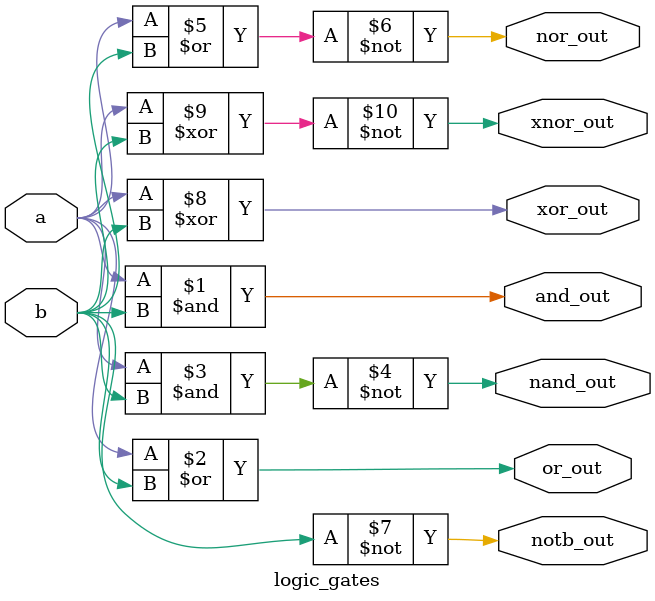
<source format=v>
module logic_gates(a,b,and_out,or_out,nand_out,nor_out,notb_out,xor_out,xnor_out);
	input a,b;
	output and_out,or_out,nand_out,nor_out,notb_out,xor_out,xnor_out;
		assign and_out=a&b; 
		assign or_out=a|b;
		assign nand_out=~(a&b);
		assign nor_out=~(a|b);
		assign notb_out=~b;
		assign xor_out=a^b;
		assign xnor_out=~(a^b);
endmodule


</source>
